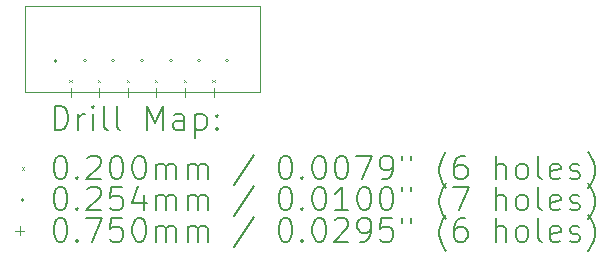
<source format=gbr>
%TF.GenerationSoftware,KiCad,Pcbnew,9.0.0*%
%TF.CreationDate,2025-03-27T12:32:35-07:00*%
%TF.ProjectId,SNES2VGA_Sub_board,534e4553-3256-4474-915f-5375625f626f,1*%
%TF.SameCoordinates,Original*%
%TF.FileFunction,Drillmap*%
%TF.FilePolarity,Positive*%
%FSLAX45Y45*%
G04 Gerber Fmt 4.5, Leading zero omitted, Abs format (unit mm)*
G04 Created by KiCad (PCBNEW 9.0.0) date 2025-03-27 12:32:35*
%MOMM*%
%LPD*%
G01*
G04 APERTURE LIST*
%ADD10C,0.100000*%
%ADD11C,0.200000*%
G04 APERTURE END LIST*
D10*
X12546134Y-11905888D02*
X12546134Y-11177888D01*
X14536134Y-11177888D02*
X14536134Y-11905888D01*
X14536134Y-11905888D02*
X12546134Y-11905888D01*
X12546134Y-11177888D02*
X14536134Y-11177888D01*
D11*
D10*
X12925134Y-11800888D02*
X12945134Y-11820888D01*
X12945134Y-11800888D02*
X12925134Y-11820888D01*
X13167134Y-11800888D02*
X13187134Y-11820888D01*
X13187134Y-11800888D02*
X13167134Y-11820888D01*
X13409134Y-11800888D02*
X13429134Y-11820888D01*
X13429134Y-11800888D02*
X13409134Y-11820888D01*
X13651134Y-11800888D02*
X13671134Y-11820888D01*
X13671134Y-11800888D02*
X13651134Y-11820888D01*
X13893134Y-11800888D02*
X13913134Y-11820888D01*
X13913134Y-11800888D02*
X13893134Y-11820888D01*
X14135134Y-11800888D02*
X14155134Y-11820888D01*
X14155134Y-11800888D02*
X14135134Y-11820888D01*
X12821834Y-11638002D02*
G75*
G02*
X12796434Y-11638002I-12700J0D01*
G01*
X12796434Y-11638002D02*
G75*
G02*
X12821834Y-11638002I12700J0D01*
G01*
X13069834Y-11638002D02*
G75*
G02*
X13044434Y-11638002I-12700J0D01*
G01*
X13044434Y-11638002D02*
G75*
G02*
X13069834Y-11638002I12700J0D01*
G01*
X13308834Y-11638002D02*
G75*
G02*
X13283434Y-11638002I-12700J0D01*
G01*
X13283434Y-11638002D02*
G75*
G02*
X13308834Y-11638002I12700J0D01*
G01*
X13553186Y-11638002D02*
G75*
G02*
X13527786Y-11638002I-12700J0D01*
G01*
X13527786Y-11638002D02*
G75*
G02*
X13553186Y-11638002I12700J0D01*
G01*
X13797834Y-11638002D02*
G75*
G02*
X13772434Y-11638002I-12700J0D01*
G01*
X13772434Y-11638002D02*
G75*
G02*
X13797834Y-11638002I12700J0D01*
G01*
X14036834Y-11638002D02*
G75*
G02*
X14011434Y-11638002I-12700J0D01*
G01*
X14011434Y-11638002D02*
G75*
G02*
X14036834Y-11638002I12700J0D01*
G01*
X14273834Y-11638002D02*
G75*
G02*
X14248434Y-11638002I-12700J0D01*
G01*
X14248434Y-11638002D02*
G75*
G02*
X14273834Y-11638002I12700J0D01*
G01*
X12936134Y-11867388D02*
X12936134Y-11942388D01*
X12898634Y-11904888D02*
X12973634Y-11904888D01*
X13178134Y-11867388D02*
X13178134Y-11942388D01*
X13140634Y-11904888D02*
X13215634Y-11904888D01*
X13420134Y-11867388D02*
X13420134Y-11942388D01*
X13382634Y-11904888D02*
X13457634Y-11904888D01*
X13662134Y-11867388D02*
X13662134Y-11942388D01*
X13624634Y-11904888D02*
X13699634Y-11904888D01*
X13904134Y-11867388D02*
X13904134Y-11942388D01*
X13866634Y-11904888D02*
X13941634Y-11904888D01*
X14146134Y-11867388D02*
X14146134Y-11942388D01*
X14108634Y-11904888D02*
X14183634Y-11904888D01*
D11*
X12801911Y-12222372D02*
X12801911Y-12022372D01*
X12801911Y-12022372D02*
X12849530Y-12022372D01*
X12849530Y-12022372D02*
X12878101Y-12031896D01*
X12878101Y-12031896D02*
X12897149Y-12050943D01*
X12897149Y-12050943D02*
X12906673Y-12069991D01*
X12906673Y-12069991D02*
X12916196Y-12108086D01*
X12916196Y-12108086D02*
X12916196Y-12136657D01*
X12916196Y-12136657D02*
X12906673Y-12174753D01*
X12906673Y-12174753D02*
X12897149Y-12193800D01*
X12897149Y-12193800D02*
X12878101Y-12212848D01*
X12878101Y-12212848D02*
X12849530Y-12222372D01*
X12849530Y-12222372D02*
X12801911Y-12222372D01*
X13001911Y-12222372D02*
X13001911Y-12089038D01*
X13001911Y-12127134D02*
X13011435Y-12108086D01*
X13011435Y-12108086D02*
X13020958Y-12098562D01*
X13020958Y-12098562D02*
X13040006Y-12089038D01*
X13040006Y-12089038D02*
X13059054Y-12089038D01*
X13125720Y-12222372D02*
X13125720Y-12089038D01*
X13125720Y-12022372D02*
X13116196Y-12031896D01*
X13116196Y-12031896D02*
X13125720Y-12041419D01*
X13125720Y-12041419D02*
X13135244Y-12031896D01*
X13135244Y-12031896D02*
X13125720Y-12022372D01*
X13125720Y-12022372D02*
X13125720Y-12041419D01*
X13249530Y-12222372D02*
X13230482Y-12212848D01*
X13230482Y-12212848D02*
X13220958Y-12193800D01*
X13220958Y-12193800D02*
X13220958Y-12022372D01*
X13354292Y-12222372D02*
X13335244Y-12212848D01*
X13335244Y-12212848D02*
X13325720Y-12193800D01*
X13325720Y-12193800D02*
X13325720Y-12022372D01*
X13582863Y-12222372D02*
X13582863Y-12022372D01*
X13582863Y-12022372D02*
X13649530Y-12165229D01*
X13649530Y-12165229D02*
X13716196Y-12022372D01*
X13716196Y-12022372D02*
X13716196Y-12222372D01*
X13897149Y-12222372D02*
X13897149Y-12117610D01*
X13897149Y-12117610D02*
X13887625Y-12098562D01*
X13887625Y-12098562D02*
X13868577Y-12089038D01*
X13868577Y-12089038D02*
X13830482Y-12089038D01*
X13830482Y-12089038D02*
X13811435Y-12098562D01*
X13897149Y-12212848D02*
X13878101Y-12222372D01*
X13878101Y-12222372D02*
X13830482Y-12222372D01*
X13830482Y-12222372D02*
X13811435Y-12212848D01*
X13811435Y-12212848D02*
X13801911Y-12193800D01*
X13801911Y-12193800D02*
X13801911Y-12174753D01*
X13801911Y-12174753D02*
X13811435Y-12155705D01*
X13811435Y-12155705D02*
X13830482Y-12146181D01*
X13830482Y-12146181D02*
X13878101Y-12146181D01*
X13878101Y-12146181D02*
X13897149Y-12136657D01*
X13992387Y-12089038D02*
X13992387Y-12289038D01*
X13992387Y-12098562D02*
X14011435Y-12089038D01*
X14011435Y-12089038D02*
X14049530Y-12089038D01*
X14049530Y-12089038D02*
X14068577Y-12098562D01*
X14068577Y-12098562D02*
X14078101Y-12108086D01*
X14078101Y-12108086D02*
X14087625Y-12127134D01*
X14087625Y-12127134D02*
X14087625Y-12184276D01*
X14087625Y-12184276D02*
X14078101Y-12203324D01*
X14078101Y-12203324D02*
X14068577Y-12212848D01*
X14068577Y-12212848D02*
X14049530Y-12222372D01*
X14049530Y-12222372D02*
X14011435Y-12222372D01*
X14011435Y-12222372D02*
X13992387Y-12212848D01*
X14173339Y-12203324D02*
X14182863Y-12212848D01*
X14182863Y-12212848D02*
X14173339Y-12222372D01*
X14173339Y-12222372D02*
X14163816Y-12212848D01*
X14163816Y-12212848D02*
X14173339Y-12203324D01*
X14173339Y-12203324D02*
X14173339Y-12222372D01*
X14173339Y-12098562D02*
X14182863Y-12108086D01*
X14182863Y-12108086D02*
X14173339Y-12117610D01*
X14173339Y-12117610D02*
X14163816Y-12108086D01*
X14163816Y-12108086D02*
X14173339Y-12098562D01*
X14173339Y-12098562D02*
X14173339Y-12117610D01*
D10*
X12521134Y-12540888D02*
X12541134Y-12560888D01*
X12541134Y-12540888D02*
X12521134Y-12560888D01*
D11*
X12840006Y-12442372D02*
X12859054Y-12442372D01*
X12859054Y-12442372D02*
X12878101Y-12451896D01*
X12878101Y-12451896D02*
X12887625Y-12461419D01*
X12887625Y-12461419D02*
X12897149Y-12480467D01*
X12897149Y-12480467D02*
X12906673Y-12518562D01*
X12906673Y-12518562D02*
X12906673Y-12566181D01*
X12906673Y-12566181D02*
X12897149Y-12604276D01*
X12897149Y-12604276D02*
X12887625Y-12623324D01*
X12887625Y-12623324D02*
X12878101Y-12632848D01*
X12878101Y-12632848D02*
X12859054Y-12642372D01*
X12859054Y-12642372D02*
X12840006Y-12642372D01*
X12840006Y-12642372D02*
X12820958Y-12632848D01*
X12820958Y-12632848D02*
X12811435Y-12623324D01*
X12811435Y-12623324D02*
X12801911Y-12604276D01*
X12801911Y-12604276D02*
X12792387Y-12566181D01*
X12792387Y-12566181D02*
X12792387Y-12518562D01*
X12792387Y-12518562D02*
X12801911Y-12480467D01*
X12801911Y-12480467D02*
X12811435Y-12461419D01*
X12811435Y-12461419D02*
X12820958Y-12451896D01*
X12820958Y-12451896D02*
X12840006Y-12442372D01*
X12992387Y-12623324D02*
X13001911Y-12632848D01*
X13001911Y-12632848D02*
X12992387Y-12642372D01*
X12992387Y-12642372D02*
X12982863Y-12632848D01*
X12982863Y-12632848D02*
X12992387Y-12623324D01*
X12992387Y-12623324D02*
X12992387Y-12642372D01*
X13078101Y-12461419D02*
X13087625Y-12451896D01*
X13087625Y-12451896D02*
X13106673Y-12442372D01*
X13106673Y-12442372D02*
X13154292Y-12442372D01*
X13154292Y-12442372D02*
X13173339Y-12451896D01*
X13173339Y-12451896D02*
X13182863Y-12461419D01*
X13182863Y-12461419D02*
X13192387Y-12480467D01*
X13192387Y-12480467D02*
X13192387Y-12499515D01*
X13192387Y-12499515D02*
X13182863Y-12528086D01*
X13182863Y-12528086D02*
X13068577Y-12642372D01*
X13068577Y-12642372D02*
X13192387Y-12642372D01*
X13316196Y-12442372D02*
X13335244Y-12442372D01*
X13335244Y-12442372D02*
X13354292Y-12451896D01*
X13354292Y-12451896D02*
X13363816Y-12461419D01*
X13363816Y-12461419D02*
X13373339Y-12480467D01*
X13373339Y-12480467D02*
X13382863Y-12518562D01*
X13382863Y-12518562D02*
X13382863Y-12566181D01*
X13382863Y-12566181D02*
X13373339Y-12604276D01*
X13373339Y-12604276D02*
X13363816Y-12623324D01*
X13363816Y-12623324D02*
X13354292Y-12632848D01*
X13354292Y-12632848D02*
X13335244Y-12642372D01*
X13335244Y-12642372D02*
X13316196Y-12642372D01*
X13316196Y-12642372D02*
X13297149Y-12632848D01*
X13297149Y-12632848D02*
X13287625Y-12623324D01*
X13287625Y-12623324D02*
X13278101Y-12604276D01*
X13278101Y-12604276D02*
X13268577Y-12566181D01*
X13268577Y-12566181D02*
X13268577Y-12518562D01*
X13268577Y-12518562D02*
X13278101Y-12480467D01*
X13278101Y-12480467D02*
X13287625Y-12461419D01*
X13287625Y-12461419D02*
X13297149Y-12451896D01*
X13297149Y-12451896D02*
X13316196Y-12442372D01*
X13506673Y-12442372D02*
X13525720Y-12442372D01*
X13525720Y-12442372D02*
X13544768Y-12451896D01*
X13544768Y-12451896D02*
X13554292Y-12461419D01*
X13554292Y-12461419D02*
X13563816Y-12480467D01*
X13563816Y-12480467D02*
X13573339Y-12518562D01*
X13573339Y-12518562D02*
X13573339Y-12566181D01*
X13573339Y-12566181D02*
X13563816Y-12604276D01*
X13563816Y-12604276D02*
X13554292Y-12623324D01*
X13554292Y-12623324D02*
X13544768Y-12632848D01*
X13544768Y-12632848D02*
X13525720Y-12642372D01*
X13525720Y-12642372D02*
X13506673Y-12642372D01*
X13506673Y-12642372D02*
X13487625Y-12632848D01*
X13487625Y-12632848D02*
X13478101Y-12623324D01*
X13478101Y-12623324D02*
X13468577Y-12604276D01*
X13468577Y-12604276D02*
X13459054Y-12566181D01*
X13459054Y-12566181D02*
X13459054Y-12518562D01*
X13459054Y-12518562D02*
X13468577Y-12480467D01*
X13468577Y-12480467D02*
X13478101Y-12461419D01*
X13478101Y-12461419D02*
X13487625Y-12451896D01*
X13487625Y-12451896D02*
X13506673Y-12442372D01*
X13659054Y-12642372D02*
X13659054Y-12509038D01*
X13659054Y-12528086D02*
X13668577Y-12518562D01*
X13668577Y-12518562D02*
X13687625Y-12509038D01*
X13687625Y-12509038D02*
X13716197Y-12509038D01*
X13716197Y-12509038D02*
X13735244Y-12518562D01*
X13735244Y-12518562D02*
X13744768Y-12537610D01*
X13744768Y-12537610D02*
X13744768Y-12642372D01*
X13744768Y-12537610D02*
X13754292Y-12518562D01*
X13754292Y-12518562D02*
X13773339Y-12509038D01*
X13773339Y-12509038D02*
X13801911Y-12509038D01*
X13801911Y-12509038D02*
X13820958Y-12518562D01*
X13820958Y-12518562D02*
X13830482Y-12537610D01*
X13830482Y-12537610D02*
X13830482Y-12642372D01*
X13925720Y-12642372D02*
X13925720Y-12509038D01*
X13925720Y-12528086D02*
X13935244Y-12518562D01*
X13935244Y-12518562D02*
X13954292Y-12509038D01*
X13954292Y-12509038D02*
X13982863Y-12509038D01*
X13982863Y-12509038D02*
X14001911Y-12518562D01*
X14001911Y-12518562D02*
X14011435Y-12537610D01*
X14011435Y-12537610D02*
X14011435Y-12642372D01*
X14011435Y-12537610D02*
X14020958Y-12518562D01*
X14020958Y-12518562D02*
X14040006Y-12509038D01*
X14040006Y-12509038D02*
X14068577Y-12509038D01*
X14068577Y-12509038D02*
X14087625Y-12518562D01*
X14087625Y-12518562D02*
X14097149Y-12537610D01*
X14097149Y-12537610D02*
X14097149Y-12642372D01*
X14487625Y-12432848D02*
X14316197Y-12689991D01*
X14744768Y-12442372D02*
X14763816Y-12442372D01*
X14763816Y-12442372D02*
X14782863Y-12451896D01*
X14782863Y-12451896D02*
X14792387Y-12461419D01*
X14792387Y-12461419D02*
X14801911Y-12480467D01*
X14801911Y-12480467D02*
X14811435Y-12518562D01*
X14811435Y-12518562D02*
X14811435Y-12566181D01*
X14811435Y-12566181D02*
X14801911Y-12604276D01*
X14801911Y-12604276D02*
X14792387Y-12623324D01*
X14792387Y-12623324D02*
X14782863Y-12632848D01*
X14782863Y-12632848D02*
X14763816Y-12642372D01*
X14763816Y-12642372D02*
X14744768Y-12642372D01*
X14744768Y-12642372D02*
X14725720Y-12632848D01*
X14725720Y-12632848D02*
X14716197Y-12623324D01*
X14716197Y-12623324D02*
X14706673Y-12604276D01*
X14706673Y-12604276D02*
X14697149Y-12566181D01*
X14697149Y-12566181D02*
X14697149Y-12518562D01*
X14697149Y-12518562D02*
X14706673Y-12480467D01*
X14706673Y-12480467D02*
X14716197Y-12461419D01*
X14716197Y-12461419D02*
X14725720Y-12451896D01*
X14725720Y-12451896D02*
X14744768Y-12442372D01*
X14897149Y-12623324D02*
X14906673Y-12632848D01*
X14906673Y-12632848D02*
X14897149Y-12642372D01*
X14897149Y-12642372D02*
X14887625Y-12632848D01*
X14887625Y-12632848D02*
X14897149Y-12623324D01*
X14897149Y-12623324D02*
X14897149Y-12642372D01*
X15030482Y-12442372D02*
X15049530Y-12442372D01*
X15049530Y-12442372D02*
X15068578Y-12451896D01*
X15068578Y-12451896D02*
X15078101Y-12461419D01*
X15078101Y-12461419D02*
X15087625Y-12480467D01*
X15087625Y-12480467D02*
X15097149Y-12518562D01*
X15097149Y-12518562D02*
X15097149Y-12566181D01*
X15097149Y-12566181D02*
X15087625Y-12604276D01*
X15087625Y-12604276D02*
X15078101Y-12623324D01*
X15078101Y-12623324D02*
X15068578Y-12632848D01*
X15068578Y-12632848D02*
X15049530Y-12642372D01*
X15049530Y-12642372D02*
X15030482Y-12642372D01*
X15030482Y-12642372D02*
X15011435Y-12632848D01*
X15011435Y-12632848D02*
X15001911Y-12623324D01*
X15001911Y-12623324D02*
X14992387Y-12604276D01*
X14992387Y-12604276D02*
X14982863Y-12566181D01*
X14982863Y-12566181D02*
X14982863Y-12518562D01*
X14982863Y-12518562D02*
X14992387Y-12480467D01*
X14992387Y-12480467D02*
X15001911Y-12461419D01*
X15001911Y-12461419D02*
X15011435Y-12451896D01*
X15011435Y-12451896D02*
X15030482Y-12442372D01*
X15220959Y-12442372D02*
X15240006Y-12442372D01*
X15240006Y-12442372D02*
X15259054Y-12451896D01*
X15259054Y-12451896D02*
X15268578Y-12461419D01*
X15268578Y-12461419D02*
X15278101Y-12480467D01*
X15278101Y-12480467D02*
X15287625Y-12518562D01*
X15287625Y-12518562D02*
X15287625Y-12566181D01*
X15287625Y-12566181D02*
X15278101Y-12604276D01*
X15278101Y-12604276D02*
X15268578Y-12623324D01*
X15268578Y-12623324D02*
X15259054Y-12632848D01*
X15259054Y-12632848D02*
X15240006Y-12642372D01*
X15240006Y-12642372D02*
X15220959Y-12642372D01*
X15220959Y-12642372D02*
X15201911Y-12632848D01*
X15201911Y-12632848D02*
X15192387Y-12623324D01*
X15192387Y-12623324D02*
X15182863Y-12604276D01*
X15182863Y-12604276D02*
X15173340Y-12566181D01*
X15173340Y-12566181D02*
X15173340Y-12518562D01*
X15173340Y-12518562D02*
X15182863Y-12480467D01*
X15182863Y-12480467D02*
X15192387Y-12461419D01*
X15192387Y-12461419D02*
X15201911Y-12451896D01*
X15201911Y-12451896D02*
X15220959Y-12442372D01*
X15354292Y-12442372D02*
X15487625Y-12442372D01*
X15487625Y-12442372D02*
X15401911Y-12642372D01*
X15573340Y-12642372D02*
X15611435Y-12642372D01*
X15611435Y-12642372D02*
X15630482Y-12632848D01*
X15630482Y-12632848D02*
X15640006Y-12623324D01*
X15640006Y-12623324D02*
X15659054Y-12594753D01*
X15659054Y-12594753D02*
X15668578Y-12556657D01*
X15668578Y-12556657D02*
X15668578Y-12480467D01*
X15668578Y-12480467D02*
X15659054Y-12461419D01*
X15659054Y-12461419D02*
X15649530Y-12451896D01*
X15649530Y-12451896D02*
X15630482Y-12442372D01*
X15630482Y-12442372D02*
X15592387Y-12442372D01*
X15592387Y-12442372D02*
X15573340Y-12451896D01*
X15573340Y-12451896D02*
X15563816Y-12461419D01*
X15563816Y-12461419D02*
X15554292Y-12480467D01*
X15554292Y-12480467D02*
X15554292Y-12528086D01*
X15554292Y-12528086D02*
X15563816Y-12547134D01*
X15563816Y-12547134D02*
X15573340Y-12556657D01*
X15573340Y-12556657D02*
X15592387Y-12566181D01*
X15592387Y-12566181D02*
X15630482Y-12566181D01*
X15630482Y-12566181D02*
X15649530Y-12556657D01*
X15649530Y-12556657D02*
X15659054Y-12547134D01*
X15659054Y-12547134D02*
X15668578Y-12528086D01*
X15744768Y-12442372D02*
X15744768Y-12480467D01*
X15820959Y-12442372D02*
X15820959Y-12480467D01*
X16116197Y-12718562D02*
X16106673Y-12709038D01*
X16106673Y-12709038D02*
X16087625Y-12680467D01*
X16087625Y-12680467D02*
X16078102Y-12661419D01*
X16078102Y-12661419D02*
X16068578Y-12632848D01*
X16068578Y-12632848D02*
X16059054Y-12585229D01*
X16059054Y-12585229D02*
X16059054Y-12547134D01*
X16059054Y-12547134D02*
X16068578Y-12499515D01*
X16068578Y-12499515D02*
X16078102Y-12470943D01*
X16078102Y-12470943D02*
X16087625Y-12451896D01*
X16087625Y-12451896D02*
X16106673Y-12423324D01*
X16106673Y-12423324D02*
X16116197Y-12413800D01*
X16278102Y-12442372D02*
X16240006Y-12442372D01*
X16240006Y-12442372D02*
X16220959Y-12451896D01*
X16220959Y-12451896D02*
X16211435Y-12461419D01*
X16211435Y-12461419D02*
X16192387Y-12489991D01*
X16192387Y-12489991D02*
X16182863Y-12528086D01*
X16182863Y-12528086D02*
X16182863Y-12604276D01*
X16182863Y-12604276D02*
X16192387Y-12623324D01*
X16192387Y-12623324D02*
X16201911Y-12632848D01*
X16201911Y-12632848D02*
X16220959Y-12642372D01*
X16220959Y-12642372D02*
X16259054Y-12642372D01*
X16259054Y-12642372D02*
X16278102Y-12632848D01*
X16278102Y-12632848D02*
X16287625Y-12623324D01*
X16287625Y-12623324D02*
X16297149Y-12604276D01*
X16297149Y-12604276D02*
X16297149Y-12556657D01*
X16297149Y-12556657D02*
X16287625Y-12537610D01*
X16287625Y-12537610D02*
X16278102Y-12528086D01*
X16278102Y-12528086D02*
X16259054Y-12518562D01*
X16259054Y-12518562D02*
X16220959Y-12518562D01*
X16220959Y-12518562D02*
X16201911Y-12528086D01*
X16201911Y-12528086D02*
X16192387Y-12537610D01*
X16192387Y-12537610D02*
X16182863Y-12556657D01*
X16535244Y-12642372D02*
X16535244Y-12442372D01*
X16620959Y-12642372D02*
X16620959Y-12537610D01*
X16620959Y-12537610D02*
X16611435Y-12518562D01*
X16611435Y-12518562D02*
X16592387Y-12509038D01*
X16592387Y-12509038D02*
X16563816Y-12509038D01*
X16563816Y-12509038D02*
X16544768Y-12518562D01*
X16544768Y-12518562D02*
X16535244Y-12528086D01*
X16744768Y-12642372D02*
X16725721Y-12632848D01*
X16725721Y-12632848D02*
X16716197Y-12623324D01*
X16716197Y-12623324D02*
X16706673Y-12604276D01*
X16706673Y-12604276D02*
X16706673Y-12547134D01*
X16706673Y-12547134D02*
X16716197Y-12528086D01*
X16716197Y-12528086D02*
X16725721Y-12518562D01*
X16725721Y-12518562D02*
X16744768Y-12509038D01*
X16744768Y-12509038D02*
X16773340Y-12509038D01*
X16773340Y-12509038D02*
X16792387Y-12518562D01*
X16792387Y-12518562D02*
X16801911Y-12528086D01*
X16801911Y-12528086D02*
X16811435Y-12547134D01*
X16811435Y-12547134D02*
X16811435Y-12604276D01*
X16811435Y-12604276D02*
X16801911Y-12623324D01*
X16801911Y-12623324D02*
X16792387Y-12632848D01*
X16792387Y-12632848D02*
X16773340Y-12642372D01*
X16773340Y-12642372D02*
X16744768Y-12642372D01*
X16925721Y-12642372D02*
X16906673Y-12632848D01*
X16906673Y-12632848D02*
X16897149Y-12613800D01*
X16897149Y-12613800D02*
X16897149Y-12442372D01*
X17078102Y-12632848D02*
X17059054Y-12642372D01*
X17059054Y-12642372D02*
X17020959Y-12642372D01*
X17020959Y-12642372D02*
X17001911Y-12632848D01*
X17001911Y-12632848D02*
X16992387Y-12613800D01*
X16992387Y-12613800D02*
X16992387Y-12537610D01*
X16992387Y-12537610D02*
X17001911Y-12518562D01*
X17001911Y-12518562D02*
X17020959Y-12509038D01*
X17020959Y-12509038D02*
X17059054Y-12509038D01*
X17059054Y-12509038D02*
X17078102Y-12518562D01*
X17078102Y-12518562D02*
X17087626Y-12537610D01*
X17087626Y-12537610D02*
X17087626Y-12556657D01*
X17087626Y-12556657D02*
X16992387Y-12575705D01*
X17163816Y-12632848D02*
X17182864Y-12642372D01*
X17182864Y-12642372D02*
X17220959Y-12642372D01*
X17220959Y-12642372D02*
X17240007Y-12632848D01*
X17240007Y-12632848D02*
X17249530Y-12613800D01*
X17249530Y-12613800D02*
X17249530Y-12604276D01*
X17249530Y-12604276D02*
X17240007Y-12585229D01*
X17240007Y-12585229D02*
X17220959Y-12575705D01*
X17220959Y-12575705D02*
X17192387Y-12575705D01*
X17192387Y-12575705D02*
X17173340Y-12566181D01*
X17173340Y-12566181D02*
X17163816Y-12547134D01*
X17163816Y-12547134D02*
X17163816Y-12537610D01*
X17163816Y-12537610D02*
X17173340Y-12518562D01*
X17173340Y-12518562D02*
X17192387Y-12509038D01*
X17192387Y-12509038D02*
X17220959Y-12509038D01*
X17220959Y-12509038D02*
X17240007Y-12518562D01*
X17316197Y-12718562D02*
X17325721Y-12709038D01*
X17325721Y-12709038D02*
X17344768Y-12680467D01*
X17344768Y-12680467D02*
X17354292Y-12661419D01*
X17354292Y-12661419D02*
X17363816Y-12632848D01*
X17363816Y-12632848D02*
X17373340Y-12585229D01*
X17373340Y-12585229D02*
X17373340Y-12547134D01*
X17373340Y-12547134D02*
X17363816Y-12499515D01*
X17363816Y-12499515D02*
X17354292Y-12470943D01*
X17354292Y-12470943D02*
X17344768Y-12451896D01*
X17344768Y-12451896D02*
X17325721Y-12423324D01*
X17325721Y-12423324D02*
X17316197Y-12413800D01*
D10*
X12541134Y-12814888D02*
G75*
G02*
X12515734Y-12814888I-12700J0D01*
G01*
X12515734Y-12814888D02*
G75*
G02*
X12541134Y-12814888I12700J0D01*
G01*
D11*
X12840006Y-12706372D02*
X12859054Y-12706372D01*
X12859054Y-12706372D02*
X12878101Y-12715896D01*
X12878101Y-12715896D02*
X12887625Y-12725419D01*
X12887625Y-12725419D02*
X12897149Y-12744467D01*
X12897149Y-12744467D02*
X12906673Y-12782562D01*
X12906673Y-12782562D02*
X12906673Y-12830181D01*
X12906673Y-12830181D02*
X12897149Y-12868276D01*
X12897149Y-12868276D02*
X12887625Y-12887324D01*
X12887625Y-12887324D02*
X12878101Y-12896848D01*
X12878101Y-12896848D02*
X12859054Y-12906372D01*
X12859054Y-12906372D02*
X12840006Y-12906372D01*
X12840006Y-12906372D02*
X12820958Y-12896848D01*
X12820958Y-12896848D02*
X12811435Y-12887324D01*
X12811435Y-12887324D02*
X12801911Y-12868276D01*
X12801911Y-12868276D02*
X12792387Y-12830181D01*
X12792387Y-12830181D02*
X12792387Y-12782562D01*
X12792387Y-12782562D02*
X12801911Y-12744467D01*
X12801911Y-12744467D02*
X12811435Y-12725419D01*
X12811435Y-12725419D02*
X12820958Y-12715896D01*
X12820958Y-12715896D02*
X12840006Y-12706372D01*
X12992387Y-12887324D02*
X13001911Y-12896848D01*
X13001911Y-12896848D02*
X12992387Y-12906372D01*
X12992387Y-12906372D02*
X12982863Y-12896848D01*
X12982863Y-12896848D02*
X12992387Y-12887324D01*
X12992387Y-12887324D02*
X12992387Y-12906372D01*
X13078101Y-12725419D02*
X13087625Y-12715896D01*
X13087625Y-12715896D02*
X13106673Y-12706372D01*
X13106673Y-12706372D02*
X13154292Y-12706372D01*
X13154292Y-12706372D02*
X13173339Y-12715896D01*
X13173339Y-12715896D02*
X13182863Y-12725419D01*
X13182863Y-12725419D02*
X13192387Y-12744467D01*
X13192387Y-12744467D02*
X13192387Y-12763515D01*
X13192387Y-12763515D02*
X13182863Y-12792086D01*
X13182863Y-12792086D02*
X13068577Y-12906372D01*
X13068577Y-12906372D02*
X13192387Y-12906372D01*
X13373339Y-12706372D02*
X13278101Y-12706372D01*
X13278101Y-12706372D02*
X13268577Y-12801610D01*
X13268577Y-12801610D02*
X13278101Y-12792086D01*
X13278101Y-12792086D02*
X13297149Y-12782562D01*
X13297149Y-12782562D02*
X13344768Y-12782562D01*
X13344768Y-12782562D02*
X13363816Y-12792086D01*
X13363816Y-12792086D02*
X13373339Y-12801610D01*
X13373339Y-12801610D02*
X13382863Y-12820657D01*
X13382863Y-12820657D02*
X13382863Y-12868276D01*
X13382863Y-12868276D02*
X13373339Y-12887324D01*
X13373339Y-12887324D02*
X13363816Y-12896848D01*
X13363816Y-12896848D02*
X13344768Y-12906372D01*
X13344768Y-12906372D02*
X13297149Y-12906372D01*
X13297149Y-12906372D02*
X13278101Y-12896848D01*
X13278101Y-12896848D02*
X13268577Y-12887324D01*
X13554292Y-12773038D02*
X13554292Y-12906372D01*
X13506673Y-12696848D02*
X13459054Y-12839705D01*
X13459054Y-12839705D02*
X13582863Y-12839705D01*
X13659054Y-12906372D02*
X13659054Y-12773038D01*
X13659054Y-12792086D02*
X13668577Y-12782562D01*
X13668577Y-12782562D02*
X13687625Y-12773038D01*
X13687625Y-12773038D02*
X13716197Y-12773038D01*
X13716197Y-12773038D02*
X13735244Y-12782562D01*
X13735244Y-12782562D02*
X13744768Y-12801610D01*
X13744768Y-12801610D02*
X13744768Y-12906372D01*
X13744768Y-12801610D02*
X13754292Y-12782562D01*
X13754292Y-12782562D02*
X13773339Y-12773038D01*
X13773339Y-12773038D02*
X13801911Y-12773038D01*
X13801911Y-12773038D02*
X13820958Y-12782562D01*
X13820958Y-12782562D02*
X13830482Y-12801610D01*
X13830482Y-12801610D02*
X13830482Y-12906372D01*
X13925720Y-12906372D02*
X13925720Y-12773038D01*
X13925720Y-12792086D02*
X13935244Y-12782562D01*
X13935244Y-12782562D02*
X13954292Y-12773038D01*
X13954292Y-12773038D02*
X13982863Y-12773038D01*
X13982863Y-12773038D02*
X14001911Y-12782562D01*
X14001911Y-12782562D02*
X14011435Y-12801610D01*
X14011435Y-12801610D02*
X14011435Y-12906372D01*
X14011435Y-12801610D02*
X14020958Y-12782562D01*
X14020958Y-12782562D02*
X14040006Y-12773038D01*
X14040006Y-12773038D02*
X14068577Y-12773038D01*
X14068577Y-12773038D02*
X14087625Y-12782562D01*
X14087625Y-12782562D02*
X14097149Y-12801610D01*
X14097149Y-12801610D02*
X14097149Y-12906372D01*
X14487625Y-12696848D02*
X14316197Y-12953991D01*
X14744768Y-12706372D02*
X14763816Y-12706372D01*
X14763816Y-12706372D02*
X14782863Y-12715896D01*
X14782863Y-12715896D02*
X14792387Y-12725419D01*
X14792387Y-12725419D02*
X14801911Y-12744467D01*
X14801911Y-12744467D02*
X14811435Y-12782562D01*
X14811435Y-12782562D02*
X14811435Y-12830181D01*
X14811435Y-12830181D02*
X14801911Y-12868276D01*
X14801911Y-12868276D02*
X14792387Y-12887324D01*
X14792387Y-12887324D02*
X14782863Y-12896848D01*
X14782863Y-12896848D02*
X14763816Y-12906372D01*
X14763816Y-12906372D02*
X14744768Y-12906372D01*
X14744768Y-12906372D02*
X14725720Y-12896848D01*
X14725720Y-12896848D02*
X14716197Y-12887324D01*
X14716197Y-12887324D02*
X14706673Y-12868276D01*
X14706673Y-12868276D02*
X14697149Y-12830181D01*
X14697149Y-12830181D02*
X14697149Y-12782562D01*
X14697149Y-12782562D02*
X14706673Y-12744467D01*
X14706673Y-12744467D02*
X14716197Y-12725419D01*
X14716197Y-12725419D02*
X14725720Y-12715896D01*
X14725720Y-12715896D02*
X14744768Y-12706372D01*
X14897149Y-12887324D02*
X14906673Y-12896848D01*
X14906673Y-12896848D02*
X14897149Y-12906372D01*
X14897149Y-12906372D02*
X14887625Y-12896848D01*
X14887625Y-12896848D02*
X14897149Y-12887324D01*
X14897149Y-12887324D02*
X14897149Y-12906372D01*
X15030482Y-12706372D02*
X15049530Y-12706372D01*
X15049530Y-12706372D02*
X15068578Y-12715896D01*
X15068578Y-12715896D02*
X15078101Y-12725419D01*
X15078101Y-12725419D02*
X15087625Y-12744467D01*
X15087625Y-12744467D02*
X15097149Y-12782562D01*
X15097149Y-12782562D02*
X15097149Y-12830181D01*
X15097149Y-12830181D02*
X15087625Y-12868276D01*
X15087625Y-12868276D02*
X15078101Y-12887324D01*
X15078101Y-12887324D02*
X15068578Y-12896848D01*
X15068578Y-12896848D02*
X15049530Y-12906372D01*
X15049530Y-12906372D02*
X15030482Y-12906372D01*
X15030482Y-12906372D02*
X15011435Y-12896848D01*
X15011435Y-12896848D02*
X15001911Y-12887324D01*
X15001911Y-12887324D02*
X14992387Y-12868276D01*
X14992387Y-12868276D02*
X14982863Y-12830181D01*
X14982863Y-12830181D02*
X14982863Y-12782562D01*
X14982863Y-12782562D02*
X14992387Y-12744467D01*
X14992387Y-12744467D02*
X15001911Y-12725419D01*
X15001911Y-12725419D02*
X15011435Y-12715896D01*
X15011435Y-12715896D02*
X15030482Y-12706372D01*
X15287625Y-12906372D02*
X15173340Y-12906372D01*
X15230482Y-12906372D02*
X15230482Y-12706372D01*
X15230482Y-12706372D02*
X15211435Y-12734943D01*
X15211435Y-12734943D02*
X15192387Y-12753991D01*
X15192387Y-12753991D02*
X15173340Y-12763515D01*
X15411435Y-12706372D02*
X15430482Y-12706372D01*
X15430482Y-12706372D02*
X15449530Y-12715896D01*
X15449530Y-12715896D02*
X15459054Y-12725419D01*
X15459054Y-12725419D02*
X15468578Y-12744467D01*
X15468578Y-12744467D02*
X15478101Y-12782562D01*
X15478101Y-12782562D02*
X15478101Y-12830181D01*
X15478101Y-12830181D02*
X15468578Y-12868276D01*
X15468578Y-12868276D02*
X15459054Y-12887324D01*
X15459054Y-12887324D02*
X15449530Y-12896848D01*
X15449530Y-12896848D02*
X15430482Y-12906372D01*
X15430482Y-12906372D02*
X15411435Y-12906372D01*
X15411435Y-12906372D02*
X15392387Y-12896848D01*
X15392387Y-12896848D02*
X15382863Y-12887324D01*
X15382863Y-12887324D02*
X15373340Y-12868276D01*
X15373340Y-12868276D02*
X15363816Y-12830181D01*
X15363816Y-12830181D02*
X15363816Y-12782562D01*
X15363816Y-12782562D02*
X15373340Y-12744467D01*
X15373340Y-12744467D02*
X15382863Y-12725419D01*
X15382863Y-12725419D02*
X15392387Y-12715896D01*
X15392387Y-12715896D02*
X15411435Y-12706372D01*
X15601911Y-12706372D02*
X15620959Y-12706372D01*
X15620959Y-12706372D02*
X15640006Y-12715896D01*
X15640006Y-12715896D02*
X15649530Y-12725419D01*
X15649530Y-12725419D02*
X15659054Y-12744467D01*
X15659054Y-12744467D02*
X15668578Y-12782562D01*
X15668578Y-12782562D02*
X15668578Y-12830181D01*
X15668578Y-12830181D02*
X15659054Y-12868276D01*
X15659054Y-12868276D02*
X15649530Y-12887324D01*
X15649530Y-12887324D02*
X15640006Y-12896848D01*
X15640006Y-12896848D02*
X15620959Y-12906372D01*
X15620959Y-12906372D02*
X15601911Y-12906372D01*
X15601911Y-12906372D02*
X15582863Y-12896848D01*
X15582863Y-12896848D02*
X15573340Y-12887324D01*
X15573340Y-12887324D02*
X15563816Y-12868276D01*
X15563816Y-12868276D02*
X15554292Y-12830181D01*
X15554292Y-12830181D02*
X15554292Y-12782562D01*
X15554292Y-12782562D02*
X15563816Y-12744467D01*
X15563816Y-12744467D02*
X15573340Y-12725419D01*
X15573340Y-12725419D02*
X15582863Y-12715896D01*
X15582863Y-12715896D02*
X15601911Y-12706372D01*
X15744768Y-12706372D02*
X15744768Y-12744467D01*
X15820959Y-12706372D02*
X15820959Y-12744467D01*
X16116197Y-12982562D02*
X16106673Y-12973038D01*
X16106673Y-12973038D02*
X16087625Y-12944467D01*
X16087625Y-12944467D02*
X16078102Y-12925419D01*
X16078102Y-12925419D02*
X16068578Y-12896848D01*
X16068578Y-12896848D02*
X16059054Y-12849229D01*
X16059054Y-12849229D02*
X16059054Y-12811134D01*
X16059054Y-12811134D02*
X16068578Y-12763515D01*
X16068578Y-12763515D02*
X16078102Y-12734943D01*
X16078102Y-12734943D02*
X16087625Y-12715896D01*
X16087625Y-12715896D02*
X16106673Y-12687324D01*
X16106673Y-12687324D02*
X16116197Y-12677800D01*
X16173340Y-12706372D02*
X16306673Y-12706372D01*
X16306673Y-12706372D02*
X16220959Y-12906372D01*
X16535244Y-12906372D02*
X16535244Y-12706372D01*
X16620959Y-12906372D02*
X16620959Y-12801610D01*
X16620959Y-12801610D02*
X16611435Y-12782562D01*
X16611435Y-12782562D02*
X16592387Y-12773038D01*
X16592387Y-12773038D02*
X16563816Y-12773038D01*
X16563816Y-12773038D02*
X16544768Y-12782562D01*
X16544768Y-12782562D02*
X16535244Y-12792086D01*
X16744768Y-12906372D02*
X16725721Y-12896848D01*
X16725721Y-12896848D02*
X16716197Y-12887324D01*
X16716197Y-12887324D02*
X16706673Y-12868276D01*
X16706673Y-12868276D02*
X16706673Y-12811134D01*
X16706673Y-12811134D02*
X16716197Y-12792086D01*
X16716197Y-12792086D02*
X16725721Y-12782562D01*
X16725721Y-12782562D02*
X16744768Y-12773038D01*
X16744768Y-12773038D02*
X16773340Y-12773038D01*
X16773340Y-12773038D02*
X16792387Y-12782562D01*
X16792387Y-12782562D02*
X16801911Y-12792086D01*
X16801911Y-12792086D02*
X16811435Y-12811134D01*
X16811435Y-12811134D02*
X16811435Y-12868276D01*
X16811435Y-12868276D02*
X16801911Y-12887324D01*
X16801911Y-12887324D02*
X16792387Y-12896848D01*
X16792387Y-12896848D02*
X16773340Y-12906372D01*
X16773340Y-12906372D02*
X16744768Y-12906372D01*
X16925721Y-12906372D02*
X16906673Y-12896848D01*
X16906673Y-12896848D02*
X16897149Y-12877800D01*
X16897149Y-12877800D02*
X16897149Y-12706372D01*
X17078102Y-12896848D02*
X17059054Y-12906372D01*
X17059054Y-12906372D02*
X17020959Y-12906372D01*
X17020959Y-12906372D02*
X17001911Y-12896848D01*
X17001911Y-12896848D02*
X16992387Y-12877800D01*
X16992387Y-12877800D02*
X16992387Y-12801610D01*
X16992387Y-12801610D02*
X17001911Y-12782562D01*
X17001911Y-12782562D02*
X17020959Y-12773038D01*
X17020959Y-12773038D02*
X17059054Y-12773038D01*
X17059054Y-12773038D02*
X17078102Y-12782562D01*
X17078102Y-12782562D02*
X17087626Y-12801610D01*
X17087626Y-12801610D02*
X17087626Y-12820657D01*
X17087626Y-12820657D02*
X16992387Y-12839705D01*
X17163816Y-12896848D02*
X17182864Y-12906372D01*
X17182864Y-12906372D02*
X17220959Y-12906372D01*
X17220959Y-12906372D02*
X17240007Y-12896848D01*
X17240007Y-12896848D02*
X17249530Y-12877800D01*
X17249530Y-12877800D02*
X17249530Y-12868276D01*
X17249530Y-12868276D02*
X17240007Y-12849229D01*
X17240007Y-12849229D02*
X17220959Y-12839705D01*
X17220959Y-12839705D02*
X17192387Y-12839705D01*
X17192387Y-12839705D02*
X17173340Y-12830181D01*
X17173340Y-12830181D02*
X17163816Y-12811134D01*
X17163816Y-12811134D02*
X17163816Y-12801610D01*
X17163816Y-12801610D02*
X17173340Y-12782562D01*
X17173340Y-12782562D02*
X17192387Y-12773038D01*
X17192387Y-12773038D02*
X17220959Y-12773038D01*
X17220959Y-12773038D02*
X17240007Y-12782562D01*
X17316197Y-12982562D02*
X17325721Y-12973038D01*
X17325721Y-12973038D02*
X17344768Y-12944467D01*
X17344768Y-12944467D02*
X17354292Y-12925419D01*
X17354292Y-12925419D02*
X17363816Y-12896848D01*
X17363816Y-12896848D02*
X17373340Y-12849229D01*
X17373340Y-12849229D02*
X17373340Y-12811134D01*
X17373340Y-12811134D02*
X17363816Y-12763515D01*
X17363816Y-12763515D02*
X17354292Y-12734943D01*
X17354292Y-12734943D02*
X17344768Y-12715896D01*
X17344768Y-12715896D02*
X17325721Y-12687324D01*
X17325721Y-12687324D02*
X17316197Y-12677800D01*
D10*
X12503634Y-13041388D02*
X12503634Y-13116388D01*
X12466134Y-13078888D02*
X12541134Y-13078888D01*
D11*
X12840006Y-12970372D02*
X12859054Y-12970372D01*
X12859054Y-12970372D02*
X12878101Y-12979896D01*
X12878101Y-12979896D02*
X12887625Y-12989419D01*
X12887625Y-12989419D02*
X12897149Y-13008467D01*
X12897149Y-13008467D02*
X12906673Y-13046562D01*
X12906673Y-13046562D02*
X12906673Y-13094181D01*
X12906673Y-13094181D02*
X12897149Y-13132276D01*
X12897149Y-13132276D02*
X12887625Y-13151324D01*
X12887625Y-13151324D02*
X12878101Y-13160848D01*
X12878101Y-13160848D02*
X12859054Y-13170372D01*
X12859054Y-13170372D02*
X12840006Y-13170372D01*
X12840006Y-13170372D02*
X12820958Y-13160848D01*
X12820958Y-13160848D02*
X12811435Y-13151324D01*
X12811435Y-13151324D02*
X12801911Y-13132276D01*
X12801911Y-13132276D02*
X12792387Y-13094181D01*
X12792387Y-13094181D02*
X12792387Y-13046562D01*
X12792387Y-13046562D02*
X12801911Y-13008467D01*
X12801911Y-13008467D02*
X12811435Y-12989419D01*
X12811435Y-12989419D02*
X12820958Y-12979896D01*
X12820958Y-12979896D02*
X12840006Y-12970372D01*
X12992387Y-13151324D02*
X13001911Y-13160848D01*
X13001911Y-13160848D02*
X12992387Y-13170372D01*
X12992387Y-13170372D02*
X12982863Y-13160848D01*
X12982863Y-13160848D02*
X12992387Y-13151324D01*
X12992387Y-13151324D02*
X12992387Y-13170372D01*
X13068577Y-12970372D02*
X13201911Y-12970372D01*
X13201911Y-12970372D02*
X13116196Y-13170372D01*
X13373339Y-12970372D02*
X13278101Y-12970372D01*
X13278101Y-12970372D02*
X13268577Y-13065610D01*
X13268577Y-13065610D02*
X13278101Y-13056086D01*
X13278101Y-13056086D02*
X13297149Y-13046562D01*
X13297149Y-13046562D02*
X13344768Y-13046562D01*
X13344768Y-13046562D02*
X13363816Y-13056086D01*
X13363816Y-13056086D02*
X13373339Y-13065610D01*
X13373339Y-13065610D02*
X13382863Y-13084657D01*
X13382863Y-13084657D02*
X13382863Y-13132276D01*
X13382863Y-13132276D02*
X13373339Y-13151324D01*
X13373339Y-13151324D02*
X13363816Y-13160848D01*
X13363816Y-13160848D02*
X13344768Y-13170372D01*
X13344768Y-13170372D02*
X13297149Y-13170372D01*
X13297149Y-13170372D02*
X13278101Y-13160848D01*
X13278101Y-13160848D02*
X13268577Y-13151324D01*
X13506673Y-12970372D02*
X13525720Y-12970372D01*
X13525720Y-12970372D02*
X13544768Y-12979896D01*
X13544768Y-12979896D02*
X13554292Y-12989419D01*
X13554292Y-12989419D02*
X13563816Y-13008467D01*
X13563816Y-13008467D02*
X13573339Y-13046562D01*
X13573339Y-13046562D02*
X13573339Y-13094181D01*
X13573339Y-13094181D02*
X13563816Y-13132276D01*
X13563816Y-13132276D02*
X13554292Y-13151324D01*
X13554292Y-13151324D02*
X13544768Y-13160848D01*
X13544768Y-13160848D02*
X13525720Y-13170372D01*
X13525720Y-13170372D02*
X13506673Y-13170372D01*
X13506673Y-13170372D02*
X13487625Y-13160848D01*
X13487625Y-13160848D02*
X13478101Y-13151324D01*
X13478101Y-13151324D02*
X13468577Y-13132276D01*
X13468577Y-13132276D02*
X13459054Y-13094181D01*
X13459054Y-13094181D02*
X13459054Y-13046562D01*
X13459054Y-13046562D02*
X13468577Y-13008467D01*
X13468577Y-13008467D02*
X13478101Y-12989419D01*
X13478101Y-12989419D02*
X13487625Y-12979896D01*
X13487625Y-12979896D02*
X13506673Y-12970372D01*
X13659054Y-13170372D02*
X13659054Y-13037038D01*
X13659054Y-13056086D02*
X13668577Y-13046562D01*
X13668577Y-13046562D02*
X13687625Y-13037038D01*
X13687625Y-13037038D02*
X13716197Y-13037038D01*
X13716197Y-13037038D02*
X13735244Y-13046562D01*
X13735244Y-13046562D02*
X13744768Y-13065610D01*
X13744768Y-13065610D02*
X13744768Y-13170372D01*
X13744768Y-13065610D02*
X13754292Y-13046562D01*
X13754292Y-13046562D02*
X13773339Y-13037038D01*
X13773339Y-13037038D02*
X13801911Y-13037038D01*
X13801911Y-13037038D02*
X13820958Y-13046562D01*
X13820958Y-13046562D02*
X13830482Y-13065610D01*
X13830482Y-13065610D02*
X13830482Y-13170372D01*
X13925720Y-13170372D02*
X13925720Y-13037038D01*
X13925720Y-13056086D02*
X13935244Y-13046562D01*
X13935244Y-13046562D02*
X13954292Y-13037038D01*
X13954292Y-13037038D02*
X13982863Y-13037038D01*
X13982863Y-13037038D02*
X14001911Y-13046562D01*
X14001911Y-13046562D02*
X14011435Y-13065610D01*
X14011435Y-13065610D02*
X14011435Y-13170372D01*
X14011435Y-13065610D02*
X14020958Y-13046562D01*
X14020958Y-13046562D02*
X14040006Y-13037038D01*
X14040006Y-13037038D02*
X14068577Y-13037038D01*
X14068577Y-13037038D02*
X14087625Y-13046562D01*
X14087625Y-13046562D02*
X14097149Y-13065610D01*
X14097149Y-13065610D02*
X14097149Y-13170372D01*
X14487625Y-12960848D02*
X14316197Y-13217991D01*
X14744768Y-12970372D02*
X14763816Y-12970372D01*
X14763816Y-12970372D02*
X14782863Y-12979896D01*
X14782863Y-12979896D02*
X14792387Y-12989419D01*
X14792387Y-12989419D02*
X14801911Y-13008467D01*
X14801911Y-13008467D02*
X14811435Y-13046562D01*
X14811435Y-13046562D02*
X14811435Y-13094181D01*
X14811435Y-13094181D02*
X14801911Y-13132276D01*
X14801911Y-13132276D02*
X14792387Y-13151324D01*
X14792387Y-13151324D02*
X14782863Y-13160848D01*
X14782863Y-13160848D02*
X14763816Y-13170372D01*
X14763816Y-13170372D02*
X14744768Y-13170372D01*
X14744768Y-13170372D02*
X14725720Y-13160848D01*
X14725720Y-13160848D02*
X14716197Y-13151324D01*
X14716197Y-13151324D02*
X14706673Y-13132276D01*
X14706673Y-13132276D02*
X14697149Y-13094181D01*
X14697149Y-13094181D02*
X14697149Y-13046562D01*
X14697149Y-13046562D02*
X14706673Y-13008467D01*
X14706673Y-13008467D02*
X14716197Y-12989419D01*
X14716197Y-12989419D02*
X14725720Y-12979896D01*
X14725720Y-12979896D02*
X14744768Y-12970372D01*
X14897149Y-13151324D02*
X14906673Y-13160848D01*
X14906673Y-13160848D02*
X14897149Y-13170372D01*
X14897149Y-13170372D02*
X14887625Y-13160848D01*
X14887625Y-13160848D02*
X14897149Y-13151324D01*
X14897149Y-13151324D02*
X14897149Y-13170372D01*
X15030482Y-12970372D02*
X15049530Y-12970372D01*
X15049530Y-12970372D02*
X15068578Y-12979896D01*
X15068578Y-12979896D02*
X15078101Y-12989419D01*
X15078101Y-12989419D02*
X15087625Y-13008467D01*
X15087625Y-13008467D02*
X15097149Y-13046562D01*
X15097149Y-13046562D02*
X15097149Y-13094181D01*
X15097149Y-13094181D02*
X15087625Y-13132276D01*
X15087625Y-13132276D02*
X15078101Y-13151324D01*
X15078101Y-13151324D02*
X15068578Y-13160848D01*
X15068578Y-13160848D02*
X15049530Y-13170372D01*
X15049530Y-13170372D02*
X15030482Y-13170372D01*
X15030482Y-13170372D02*
X15011435Y-13160848D01*
X15011435Y-13160848D02*
X15001911Y-13151324D01*
X15001911Y-13151324D02*
X14992387Y-13132276D01*
X14992387Y-13132276D02*
X14982863Y-13094181D01*
X14982863Y-13094181D02*
X14982863Y-13046562D01*
X14982863Y-13046562D02*
X14992387Y-13008467D01*
X14992387Y-13008467D02*
X15001911Y-12989419D01*
X15001911Y-12989419D02*
X15011435Y-12979896D01*
X15011435Y-12979896D02*
X15030482Y-12970372D01*
X15173340Y-12989419D02*
X15182863Y-12979896D01*
X15182863Y-12979896D02*
X15201911Y-12970372D01*
X15201911Y-12970372D02*
X15249530Y-12970372D01*
X15249530Y-12970372D02*
X15268578Y-12979896D01*
X15268578Y-12979896D02*
X15278101Y-12989419D01*
X15278101Y-12989419D02*
X15287625Y-13008467D01*
X15287625Y-13008467D02*
X15287625Y-13027515D01*
X15287625Y-13027515D02*
X15278101Y-13056086D01*
X15278101Y-13056086D02*
X15163816Y-13170372D01*
X15163816Y-13170372D02*
X15287625Y-13170372D01*
X15382863Y-13170372D02*
X15420959Y-13170372D01*
X15420959Y-13170372D02*
X15440006Y-13160848D01*
X15440006Y-13160848D02*
X15449530Y-13151324D01*
X15449530Y-13151324D02*
X15468578Y-13122753D01*
X15468578Y-13122753D02*
X15478101Y-13084657D01*
X15478101Y-13084657D02*
X15478101Y-13008467D01*
X15478101Y-13008467D02*
X15468578Y-12989419D01*
X15468578Y-12989419D02*
X15459054Y-12979896D01*
X15459054Y-12979896D02*
X15440006Y-12970372D01*
X15440006Y-12970372D02*
X15401911Y-12970372D01*
X15401911Y-12970372D02*
X15382863Y-12979896D01*
X15382863Y-12979896D02*
X15373340Y-12989419D01*
X15373340Y-12989419D02*
X15363816Y-13008467D01*
X15363816Y-13008467D02*
X15363816Y-13056086D01*
X15363816Y-13056086D02*
X15373340Y-13075134D01*
X15373340Y-13075134D02*
X15382863Y-13084657D01*
X15382863Y-13084657D02*
X15401911Y-13094181D01*
X15401911Y-13094181D02*
X15440006Y-13094181D01*
X15440006Y-13094181D02*
X15459054Y-13084657D01*
X15459054Y-13084657D02*
X15468578Y-13075134D01*
X15468578Y-13075134D02*
X15478101Y-13056086D01*
X15659054Y-12970372D02*
X15563816Y-12970372D01*
X15563816Y-12970372D02*
X15554292Y-13065610D01*
X15554292Y-13065610D02*
X15563816Y-13056086D01*
X15563816Y-13056086D02*
X15582863Y-13046562D01*
X15582863Y-13046562D02*
X15630482Y-13046562D01*
X15630482Y-13046562D02*
X15649530Y-13056086D01*
X15649530Y-13056086D02*
X15659054Y-13065610D01*
X15659054Y-13065610D02*
X15668578Y-13084657D01*
X15668578Y-13084657D02*
X15668578Y-13132276D01*
X15668578Y-13132276D02*
X15659054Y-13151324D01*
X15659054Y-13151324D02*
X15649530Y-13160848D01*
X15649530Y-13160848D02*
X15630482Y-13170372D01*
X15630482Y-13170372D02*
X15582863Y-13170372D01*
X15582863Y-13170372D02*
X15563816Y-13160848D01*
X15563816Y-13160848D02*
X15554292Y-13151324D01*
X15744768Y-12970372D02*
X15744768Y-13008467D01*
X15820959Y-12970372D02*
X15820959Y-13008467D01*
X16116197Y-13246562D02*
X16106673Y-13237038D01*
X16106673Y-13237038D02*
X16087625Y-13208467D01*
X16087625Y-13208467D02*
X16078102Y-13189419D01*
X16078102Y-13189419D02*
X16068578Y-13160848D01*
X16068578Y-13160848D02*
X16059054Y-13113229D01*
X16059054Y-13113229D02*
X16059054Y-13075134D01*
X16059054Y-13075134D02*
X16068578Y-13027515D01*
X16068578Y-13027515D02*
X16078102Y-12998943D01*
X16078102Y-12998943D02*
X16087625Y-12979896D01*
X16087625Y-12979896D02*
X16106673Y-12951324D01*
X16106673Y-12951324D02*
X16116197Y-12941800D01*
X16278102Y-12970372D02*
X16240006Y-12970372D01*
X16240006Y-12970372D02*
X16220959Y-12979896D01*
X16220959Y-12979896D02*
X16211435Y-12989419D01*
X16211435Y-12989419D02*
X16192387Y-13017991D01*
X16192387Y-13017991D02*
X16182863Y-13056086D01*
X16182863Y-13056086D02*
X16182863Y-13132276D01*
X16182863Y-13132276D02*
X16192387Y-13151324D01*
X16192387Y-13151324D02*
X16201911Y-13160848D01*
X16201911Y-13160848D02*
X16220959Y-13170372D01*
X16220959Y-13170372D02*
X16259054Y-13170372D01*
X16259054Y-13170372D02*
X16278102Y-13160848D01*
X16278102Y-13160848D02*
X16287625Y-13151324D01*
X16287625Y-13151324D02*
X16297149Y-13132276D01*
X16297149Y-13132276D02*
X16297149Y-13084657D01*
X16297149Y-13084657D02*
X16287625Y-13065610D01*
X16287625Y-13065610D02*
X16278102Y-13056086D01*
X16278102Y-13056086D02*
X16259054Y-13046562D01*
X16259054Y-13046562D02*
X16220959Y-13046562D01*
X16220959Y-13046562D02*
X16201911Y-13056086D01*
X16201911Y-13056086D02*
X16192387Y-13065610D01*
X16192387Y-13065610D02*
X16182863Y-13084657D01*
X16535244Y-13170372D02*
X16535244Y-12970372D01*
X16620959Y-13170372D02*
X16620959Y-13065610D01*
X16620959Y-13065610D02*
X16611435Y-13046562D01*
X16611435Y-13046562D02*
X16592387Y-13037038D01*
X16592387Y-13037038D02*
X16563816Y-13037038D01*
X16563816Y-13037038D02*
X16544768Y-13046562D01*
X16544768Y-13046562D02*
X16535244Y-13056086D01*
X16744768Y-13170372D02*
X16725721Y-13160848D01*
X16725721Y-13160848D02*
X16716197Y-13151324D01*
X16716197Y-13151324D02*
X16706673Y-13132276D01*
X16706673Y-13132276D02*
X16706673Y-13075134D01*
X16706673Y-13075134D02*
X16716197Y-13056086D01*
X16716197Y-13056086D02*
X16725721Y-13046562D01*
X16725721Y-13046562D02*
X16744768Y-13037038D01*
X16744768Y-13037038D02*
X16773340Y-13037038D01*
X16773340Y-13037038D02*
X16792387Y-13046562D01*
X16792387Y-13046562D02*
X16801911Y-13056086D01*
X16801911Y-13056086D02*
X16811435Y-13075134D01*
X16811435Y-13075134D02*
X16811435Y-13132276D01*
X16811435Y-13132276D02*
X16801911Y-13151324D01*
X16801911Y-13151324D02*
X16792387Y-13160848D01*
X16792387Y-13160848D02*
X16773340Y-13170372D01*
X16773340Y-13170372D02*
X16744768Y-13170372D01*
X16925721Y-13170372D02*
X16906673Y-13160848D01*
X16906673Y-13160848D02*
X16897149Y-13141800D01*
X16897149Y-13141800D02*
X16897149Y-12970372D01*
X17078102Y-13160848D02*
X17059054Y-13170372D01*
X17059054Y-13170372D02*
X17020959Y-13170372D01*
X17020959Y-13170372D02*
X17001911Y-13160848D01*
X17001911Y-13160848D02*
X16992387Y-13141800D01*
X16992387Y-13141800D02*
X16992387Y-13065610D01*
X16992387Y-13065610D02*
X17001911Y-13046562D01*
X17001911Y-13046562D02*
X17020959Y-13037038D01*
X17020959Y-13037038D02*
X17059054Y-13037038D01*
X17059054Y-13037038D02*
X17078102Y-13046562D01*
X17078102Y-13046562D02*
X17087626Y-13065610D01*
X17087626Y-13065610D02*
X17087626Y-13084657D01*
X17087626Y-13084657D02*
X16992387Y-13103705D01*
X17163816Y-13160848D02*
X17182864Y-13170372D01*
X17182864Y-13170372D02*
X17220959Y-13170372D01*
X17220959Y-13170372D02*
X17240007Y-13160848D01*
X17240007Y-13160848D02*
X17249530Y-13141800D01*
X17249530Y-13141800D02*
X17249530Y-13132276D01*
X17249530Y-13132276D02*
X17240007Y-13113229D01*
X17240007Y-13113229D02*
X17220959Y-13103705D01*
X17220959Y-13103705D02*
X17192387Y-13103705D01*
X17192387Y-13103705D02*
X17173340Y-13094181D01*
X17173340Y-13094181D02*
X17163816Y-13075134D01*
X17163816Y-13075134D02*
X17163816Y-13065610D01*
X17163816Y-13065610D02*
X17173340Y-13046562D01*
X17173340Y-13046562D02*
X17192387Y-13037038D01*
X17192387Y-13037038D02*
X17220959Y-13037038D01*
X17220959Y-13037038D02*
X17240007Y-13046562D01*
X17316197Y-13246562D02*
X17325721Y-13237038D01*
X17325721Y-13237038D02*
X17344768Y-13208467D01*
X17344768Y-13208467D02*
X17354292Y-13189419D01*
X17354292Y-13189419D02*
X17363816Y-13160848D01*
X17363816Y-13160848D02*
X17373340Y-13113229D01*
X17373340Y-13113229D02*
X17373340Y-13075134D01*
X17373340Y-13075134D02*
X17363816Y-13027515D01*
X17363816Y-13027515D02*
X17354292Y-12998943D01*
X17354292Y-12998943D02*
X17344768Y-12979896D01*
X17344768Y-12979896D02*
X17325721Y-12951324D01*
X17325721Y-12951324D02*
X17316197Y-12941800D01*
M02*

</source>
